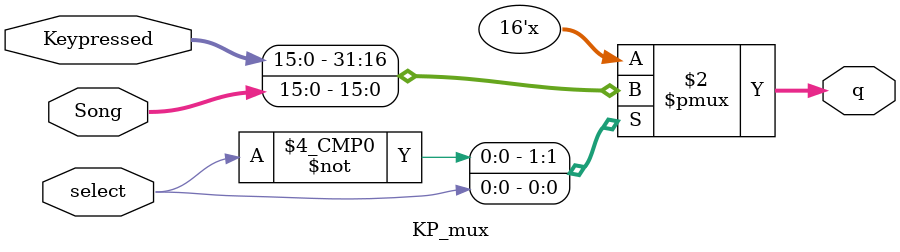
<source format=v>
`timescale 1ns / 1ps
module KP_mux (select, Song, Keypressed, q);

input select;
input [15:0] Song;
input [15:0] Keypressed;
output reg  	[15:0] q;

always @(select, Song, Keypressed)
begin
    case (select)
        1'b0:
            q = Keypressed;
				
        1'b1:
		      q = Song;

        default:
            q = Keypressed;
    endcase
end
        

endmodule
</source>
